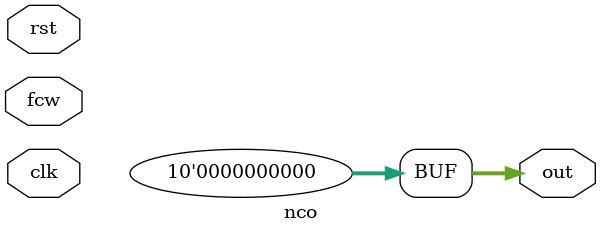
<source format=v>
module nco(
    input clk,
    input rst,
    input [23:0] fcw,
    output [9:0] out
);
    assign out = 0;
endmodule

</source>
